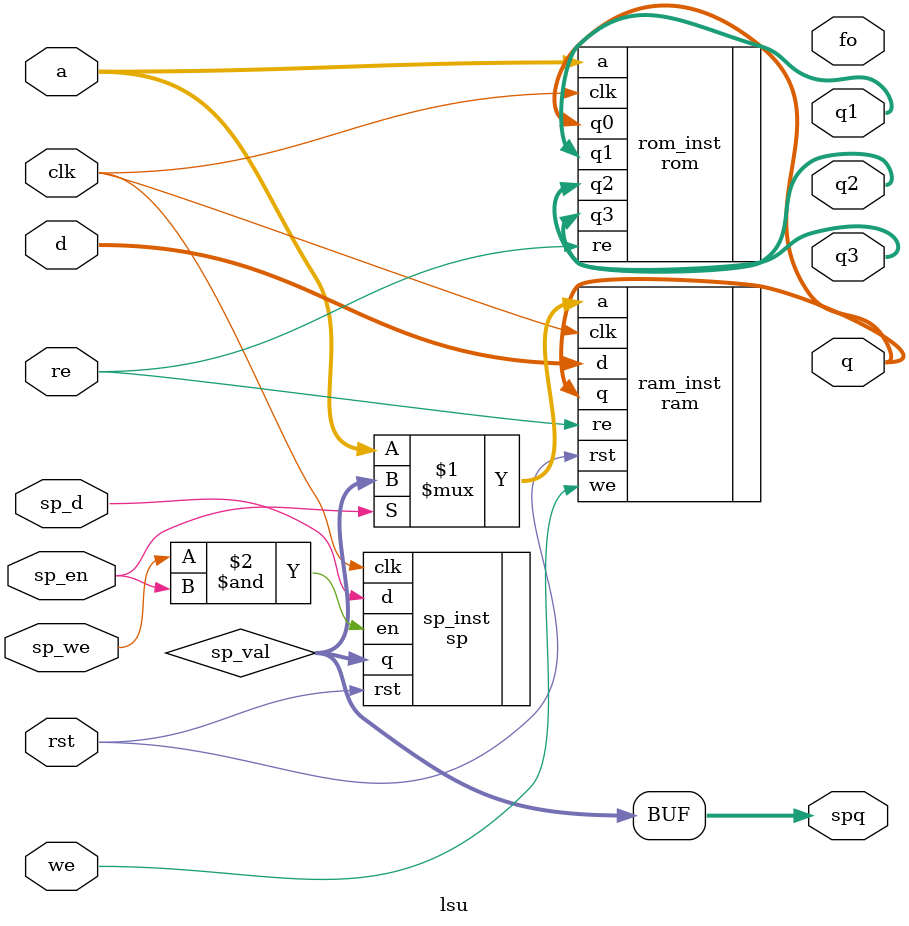
<source format=v>
`include "ram/ram.v"
`include "rom/rom.v"
`include "sp/sp.v"

module lsu
(
    input[7:0] d,
    input[15:0] a,
    
    input clk, rst,

    input sp_d, sp_we, sp_en,

    input re, we, 

    output[7:0] q, q1, q2, q3, 
    output[7:0] fo,
    output[15:0] spq
);

    wire[15:0] sp_val;

    assign spq = sp_val;

ram ram_inst
(
    .d(d),
    .a(sp_en ? sp_val : a),
    .re(re),
    .we(we),
    .clk(clk),
    .rst(rst),
    .q(q)
);

rom rom_inst
(
    .a(a),
    .re(re),
    .clk(clk),
    .q0(q),
    .q1(q1),
    .q2(q2),
    .q3(q3)
);

sp sp_inst
(
    .d(sp_d),
    .en(sp_we & sp_en),
    .clk(clk),
    .rst(rst),
    .q(sp_val)
);

endmodule
</source>
